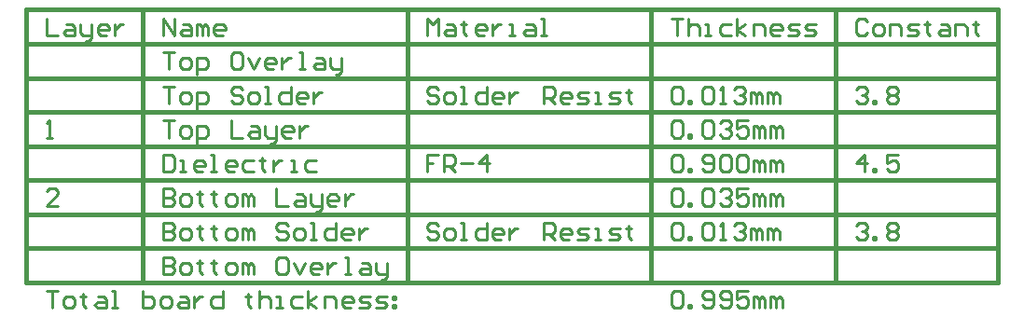
<source format=gbr>
%TF.GenerationSoftware,Altium Limited,Altium Designer,23.10.1 (27)*%
G04 Layer_Color=8388736*
%FSLAX45Y45*%
%MOMM*%
%TF.SameCoordinates,7A70C931-5BDF-4ABD-901A-901AFED5F3BC*%
%TF.FilePolarity,Positive*%
%TF.FileFunction,Other,Fab_Notes*%
%TF.Part,Single*%
G01*
G75*
%TA.AperFunction,NonConductor*%
%ADD35C,0.38100*%
%ADD36C,0.25400*%
D35*
X1534226Y2827519D02*
X10352825D01*
X1534226Y3137164D02*
X10352825D01*
X1534226Y660000D02*
Y3137164D01*
Y660000D02*
X2591150D01*
X1534226Y969646D02*
X2591150D01*
X1534226Y1279291D02*
X2591150D01*
X1534226Y1588937D02*
X2591150D01*
X1534226Y1898582D02*
X2591150D01*
X1534226Y2208228D02*
X2591150D01*
X1534226Y2517873D02*
X2591150D01*
Y660000D02*
Y3137164D01*
Y660000D02*
X4989438D01*
X2591150Y969646D02*
X4989438D01*
X2591150Y1279291D02*
X4989438D01*
X2591150Y1588937D02*
X4989438D01*
X2591150Y1898582D02*
X4989438D01*
X2591150Y2208228D02*
X4989438D01*
X2591150Y2517873D02*
X4989438D01*
Y660000D02*
Y3137164D01*
Y660000D02*
X7207158D01*
X4989438Y969646D02*
X7207158D01*
X4989438Y1279291D02*
X7207158D01*
X4989438Y1588937D02*
X7207158D01*
X4989438Y1898582D02*
X7207158D01*
X4989438Y2208228D02*
X7207158D01*
X4989438Y2517873D02*
X7207158D01*
Y660000D02*
Y3137164D01*
Y660000D02*
X8883173D01*
X7207158Y969646D02*
X8883173D01*
X7207158Y1279291D02*
X8883173D01*
X7207158Y1588937D02*
X8883173D01*
X7207158Y1898582D02*
X8883173D01*
X7207158Y2208228D02*
X8883173D01*
X7207158Y2517873D02*
X8883173D01*
Y660000D02*
Y3137164D01*
Y660000D02*
X10352825D01*
X8883173Y969646D02*
X10352825D01*
X8883173Y1279291D02*
X10352825D01*
X8883173Y1588937D02*
X10352825D01*
X8883173Y1898582D02*
X10352825D01*
X8883173Y2208228D02*
X10352825D01*
X8883173Y2517873D02*
X10352825D01*
Y660000D02*
Y3137164D01*
D36*
X1714449Y3059703D02*
Y2904930D01*
X1817631D01*
X1895017Y3008112D02*
X1946608D01*
X1972403Y2982317D01*
Y2904930D01*
X1895017D01*
X1869222Y2930726D01*
X1895017Y2956521D01*
X1972403D01*
X2023994Y3008112D02*
Y2930726D01*
X2049790Y2904930D01*
X2127176D01*
Y2879135D01*
X2101381Y2853339D01*
X2075585D01*
X2127176Y2904930D02*
Y3008112D01*
X2256154Y2904930D02*
X2204563D01*
X2178767Y2930726D01*
Y2982317D01*
X2204563Y3008112D01*
X2256154D01*
X2281949Y2982317D01*
Y2956521D01*
X2178767D01*
X2333540Y3008112D02*
Y2904930D01*
Y2956521D01*
X2359336Y2982317D01*
X2385131Y3008112D01*
X2410927D01*
X1817631Y1356702D02*
X1714449D01*
X1817631Y1459884D01*
Y1485680D01*
X1791835Y1511475D01*
X1740244D01*
X1714449Y1485680D01*
Y1975994D02*
X1766040D01*
X1740244D01*
Y2130766D01*
X1714449Y2104971D01*
X2771372Y2904930D02*
Y3059703D01*
X2874554Y2904930D01*
Y3059703D01*
X2951941Y3008112D02*
X3003532D01*
X3029327Y2982317D01*
Y2904930D01*
X2951941D01*
X2926145Y2930726D01*
X2951941Y2956521D01*
X3029327D01*
X3080918Y2904930D02*
Y3008112D01*
X3106714D01*
X3132509Y2982317D01*
Y2904930D01*
Y2982317D01*
X3158305Y3008112D01*
X3184100Y2982317D01*
Y2904930D01*
X3313077D02*
X3261486D01*
X3235691Y2930726D01*
Y2982317D01*
X3261486Y3008112D01*
X3313077D01*
X3338873Y2982317D01*
Y2956521D01*
X3235691D01*
X2771372Y892184D02*
Y737411D01*
X2848759D01*
X2874554Y763207D01*
Y789002D01*
X2848759Y814798D01*
X2771372D01*
X2848759D01*
X2874554Y840593D01*
Y866389D01*
X2848759Y892184D01*
X2771372D01*
X2951941Y737411D02*
X3003532D01*
X3029327Y763207D01*
Y814798D01*
X3003532Y840593D01*
X2951941D01*
X2926145Y814798D01*
Y763207D01*
X2951941Y737411D01*
X3106714Y866389D02*
Y840593D01*
X3080918D01*
X3132509D01*
X3106714D01*
Y763207D01*
X3132509Y737411D01*
X3235691Y866389D02*
Y840593D01*
X3209896D01*
X3261486D01*
X3235691D01*
Y763207D01*
X3261486Y737411D01*
X3364668D02*
X3416259D01*
X3442055Y763207D01*
Y814798D01*
X3416259Y840593D01*
X3364668D01*
X3338873Y814798D01*
Y763207D01*
X3364668Y737411D01*
X3493646D02*
Y840593D01*
X3519441D01*
X3545237Y814798D01*
Y737411D01*
Y814798D01*
X3571032Y840593D01*
X3596828Y814798D01*
Y737411D01*
X3880578Y892184D02*
X3828987D01*
X3803192Y866389D01*
Y763207D01*
X3828987Y737411D01*
X3880578D01*
X3906373Y763207D01*
Y866389D01*
X3880578Y892184D01*
X3957964Y840593D02*
X4009555Y737411D01*
X4061146Y840593D01*
X4190124Y737411D02*
X4138533D01*
X4112737Y763207D01*
Y814798D01*
X4138533Y840593D01*
X4190124D01*
X4215919Y814798D01*
Y789002D01*
X4112737D01*
X4267510Y840593D02*
Y737411D01*
Y789002D01*
X4293306Y814798D01*
X4319101Y840593D01*
X4344897D01*
X4422283Y737411D02*
X4473874D01*
X4448078D01*
Y892184D01*
X4422283D01*
X4577056Y840593D02*
X4628647D01*
X4654442Y814798D01*
Y737411D01*
X4577056D01*
X4551260Y763207D01*
X4577056Y789002D01*
X4654442D01*
X4706033Y840593D02*
Y763207D01*
X4731829Y737411D01*
X4809215D01*
Y711616D01*
X4783420Y685820D01*
X4757624D01*
X4809215Y737411D02*
Y840593D01*
X2771372Y1201830D02*
Y1047057D01*
X2848759D01*
X2874554Y1072852D01*
Y1098648D01*
X2848759Y1124443D01*
X2771372D01*
X2848759D01*
X2874554Y1150239D01*
Y1176034D01*
X2848759Y1201830D01*
X2771372D01*
X2951941Y1047057D02*
X3003532D01*
X3029327Y1072852D01*
Y1124443D01*
X3003532Y1150239D01*
X2951941D01*
X2926145Y1124443D01*
Y1072852D01*
X2951941Y1047057D01*
X3106714Y1176034D02*
Y1150239D01*
X3080918D01*
X3132509D01*
X3106714D01*
Y1072852D01*
X3132509Y1047057D01*
X3235691Y1176034D02*
Y1150239D01*
X3209896D01*
X3261486D01*
X3235691D01*
Y1072852D01*
X3261486Y1047057D01*
X3364668D02*
X3416259D01*
X3442055Y1072852D01*
Y1124443D01*
X3416259Y1150239D01*
X3364668D01*
X3338873Y1124443D01*
Y1072852D01*
X3364668Y1047057D01*
X3493646D02*
Y1150239D01*
X3519441D01*
X3545237Y1124443D01*
Y1047057D01*
Y1124443D01*
X3571032Y1150239D01*
X3596828Y1124443D01*
Y1047057D01*
X3906373Y1176034D02*
X3880578Y1201830D01*
X3828987D01*
X3803192Y1176034D01*
Y1150239D01*
X3828987Y1124443D01*
X3880578D01*
X3906373Y1098648D01*
Y1072852D01*
X3880578Y1047057D01*
X3828987D01*
X3803192Y1072852D01*
X3983760Y1047057D02*
X4035351D01*
X4061146Y1072852D01*
Y1124443D01*
X4035351Y1150239D01*
X3983760D01*
X3957964Y1124443D01*
Y1072852D01*
X3983760Y1047057D01*
X4112737D02*
X4164328D01*
X4138533D01*
Y1201830D01*
X4112737D01*
X4344897D02*
Y1047057D01*
X4267510D01*
X4241715Y1072852D01*
Y1124443D01*
X4267510Y1150239D01*
X4344897D01*
X4473874Y1047057D02*
X4422283D01*
X4396488Y1072852D01*
Y1124443D01*
X4422283Y1150239D01*
X4473874D01*
X4499669Y1124443D01*
Y1098648D01*
X4396488D01*
X4551260Y1150239D02*
Y1047057D01*
Y1098648D01*
X4577056Y1124443D01*
X4602851Y1150239D01*
X4628647D01*
X2771372Y1511475D02*
Y1356702D01*
X2848759D01*
X2874554Y1382498D01*
Y1408293D01*
X2848759Y1434089D01*
X2771372D01*
X2848759D01*
X2874554Y1459884D01*
Y1485680D01*
X2848759Y1511475D01*
X2771372D01*
X2951941Y1356702D02*
X3003532D01*
X3029327Y1382498D01*
Y1434089D01*
X3003532Y1459884D01*
X2951941D01*
X2926145Y1434089D01*
Y1382498D01*
X2951941Y1356702D01*
X3106714Y1485680D02*
Y1459884D01*
X3080918D01*
X3132509D01*
X3106714D01*
Y1382498D01*
X3132509Y1356702D01*
X3235691Y1485680D02*
Y1459884D01*
X3209896D01*
X3261486D01*
X3235691D01*
Y1382498D01*
X3261486Y1356702D01*
X3364668D02*
X3416259D01*
X3442055Y1382498D01*
Y1434089D01*
X3416259Y1459884D01*
X3364668D01*
X3338873Y1434089D01*
Y1382498D01*
X3364668Y1356702D01*
X3493646D02*
Y1459884D01*
X3519441D01*
X3545237Y1434089D01*
Y1356702D01*
Y1434089D01*
X3571032Y1459884D01*
X3596828Y1434089D01*
Y1356702D01*
X3803192Y1511475D02*
Y1356702D01*
X3906373D01*
X3983760Y1459884D02*
X4035351D01*
X4061146Y1434089D01*
Y1356702D01*
X3983760D01*
X3957964Y1382498D01*
X3983760Y1408293D01*
X4061146D01*
X4112737Y1459884D02*
Y1382498D01*
X4138533Y1356702D01*
X4215919D01*
Y1330907D01*
X4190124Y1305111D01*
X4164328D01*
X4215919Y1356702D02*
Y1459884D01*
X4344897Y1356702D02*
X4293306D01*
X4267510Y1382498D01*
Y1434089D01*
X4293306Y1459884D01*
X4344897D01*
X4370692Y1434089D01*
Y1408293D01*
X4267510D01*
X4422283Y1459884D02*
Y1356702D01*
Y1408293D01*
X4448078Y1434089D01*
X4473874Y1459884D01*
X4499669D01*
X2771372Y1821121D02*
Y1666348D01*
X2848759D01*
X2874554Y1692143D01*
Y1795325D01*
X2848759Y1821121D01*
X2771372D01*
X2926145Y1666348D02*
X2977736D01*
X2951941D01*
Y1769530D01*
X2926145D01*
X3132509Y1666348D02*
X3080918D01*
X3055123Y1692143D01*
Y1743734D01*
X3080918Y1769530D01*
X3132509D01*
X3158305Y1743734D01*
Y1717939D01*
X3055123D01*
X3209896Y1666348D02*
X3261486D01*
X3235691D01*
Y1821121D01*
X3209896D01*
X3416259Y1666348D02*
X3364668D01*
X3338873Y1692143D01*
Y1743734D01*
X3364668Y1769530D01*
X3416259D01*
X3442055Y1743734D01*
Y1717939D01*
X3338873D01*
X3596828Y1769530D02*
X3519441D01*
X3493646Y1743734D01*
Y1692143D01*
X3519441Y1666348D01*
X3596828D01*
X3674214Y1795325D02*
Y1769530D01*
X3648419D01*
X3700010D01*
X3674214D01*
Y1692143D01*
X3700010Y1666348D01*
X3777396Y1769530D02*
Y1666348D01*
Y1717939D01*
X3803192Y1743734D01*
X3828987Y1769530D01*
X3854782D01*
X3932169Y1666348D02*
X3983760D01*
X3957964D01*
Y1769530D01*
X3932169D01*
X4164328D02*
X4086942D01*
X4061146Y1743734D01*
Y1692143D01*
X4086942Y1666348D01*
X4164328D01*
X2771372Y2130766D02*
X2874554D01*
X2822963D01*
Y1975994D01*
X2951941D02*
X3003532D01*
X3029327Y2001789D01*
Y2053380D01*
X3003532Y2079175D01*
X2951941D01*
X2926145Y2053380D01*
Y2001789D01*
X2951941Y1975994D01*
X3080918Y1924403D02*
Y2079175D01*
X3158305D01*
X3184100Y2053380D01*
Y2001789D01*
X3158305Y1975994D01*
X3080918D01*
X3390464Y2130766D02*
Y1975994D01*
X3493646D01*
X3571032Y2079175D02*
X3622623D01*
X3648419Y2053380D01*
Y1975994D01*
X3571032D01*
X3545237Y2001789D01*
X3571032Y2027584D01*
X3648419D01*
X3700010Y2079175D02*
Y2001789D01*
X3725805Y1975994D01*
X3803192D01*
Y1950198D01*
X3777396Y1924403D01*
X3751601D01*
X3803192Y1975994D02*
Y2079175D01*
X3932169Y1975994D02*
X3880578D01*
X3854782Y2001789D01*
Y2053380D01*
X3880578Y2079175D01*
X3932169D01*
X3957964Y2053380D01*
Y2027584D01*
X3854782D01*
X4009555Y2079175D02*
Y1975994D01*
Y2027584D01*
X4035351Y2053380D01*
X4061146Y2079175D01*
X4086942D01*
X2771372Y2440412D02*
X2874554D01*
X2822963D01*
Y2285639D01*
X2951941D02*
X3003532D01*
X3029327Y2311435D01*
Y2363025D01*
X3003532Y2388821D01*
X2951941D01*
X2926145Y2363025D01*
Y2311435D01*
X2951941Y2285639D01*
X3080918Y2234048D02*
Y2388821D01*
X3158305D01*
X3184100Y2363025D01*
Y2311435D01*
X3158305Y2285639D01*
X3080918D01*
X3493646Y2414616D02*
X3467850Y2440412D01*
X3416259D01*
X3390464Y2414616D01*
Y2388821D01*
X3416259Y2363025D01*
X3467850D01*
X3493646Y2337230D01*
Y2311435D01*
X3467850Y2285639D01*
X3416259D01*
X3390464Y2311435D01*
X3571032Y2285639D02*
X3622623D01*
X3648419Y2311435D01*
Y2363025D01*
X3622623Y2388821D01*
X3571032D01*
X3545237Y2363025D01*
Y2311435D01*
X3571032Y2285639D01*
X3700010D02*
X3751601D01*
X3725805D01*
Y2440412D01*
X3700010D01*
X3932169D02*
Y2285639D01*
X3854782D01*
X3828987Y2311435D01*
Y2363025D01*
X3854782Y2388821D01*
X3932169D01*
X4061146Y2285639D02*
X4009555D01*
X3983760Y2311435D01*
Y2363025D01*
X4009555Y2388821D01*
X4061146D01*
X4086942Y2363025D01*
Y2337230D01*
X3983760D01*
X4138533Y2388821D02*
Y2285639D01*
Y2337230D01*
X4164328Y2363025D01*
X4190124Y2388821D01*
X4215919D01*
X2771372Y2750057D02*
X2874554D01*
X2822963D01*
Y2595285D01*
X2951941D02*
X3003532D01*
X3029327Y2621080D01*
Y2672671D01*
X3003532Y2698467D01*
X2951941D01*
X2926145Y2672671D01*
Y2621080D01*
X2951941Y2595285D01*
X3080918Y2543694D02*
Y2698467D01*
X3158305D01*
X3184100Y2672671D01*
Y2621080D01*
X3158305Y2595285D01*
X3080918D01*
X3467850Y2750057D02*
X3416259D01*
X3390464Y2724262D01*
Y2621080D01*
X3416259Y2595285D01*
X3467850D01*
X3493646Y2621080D01*
Y2724262D01*
X3467850Y2750057D01*
X3545237Y2698467D02*
X3596828Y2595285D01*
X3648419Y2698467D01*
X3777396Y2595285D02*
X3725805D01*
X3700010Y2621080D01*
Y2672671D01*
X3725805Y2698467D01*
X3777396D01*
X3803192Y2672671D01*
Y2646876D01*
X3700010D01*
X3854782Y2698467D02*
Y2595285D01*
Y2646876D01*
X3880578Y2672671D01*
X3906373Y2698467D01*
X3932169D01*
X4009555Y2595285D02*
X4061146D01*
X4035351D01*
Y2750057D01*
X4009555D01*
X4164328Y2698467D02*
X4215919D01*
X4241715Y2672671D01*
Y2595285D01*
X4164328D01*
X4138533Y2621080D01*
X4164328Y2646876D01*
X4241715D01*
X4293306Y2698467D02*
Y2621080D01*
X4319101Y2595285D01*
X4396488D01*
Y2569489D01*
X4370692Y2543694D01*
X4344897D01*
X4396488Y2595285D02*
Y2698467D01*
X5169661Y2904930D02*
Y3059703D01*
X5221252Y3008112D01*
X5272843Y3059703D01*
Y2904930D01*
X5350229Y3008112D02*
X5401820D01*
X5427616Y2982317D01*
Y2904930D01*
X5350229D01*
X5324434Y2930726D01*
X5350229Y2956521D01*
X5427616D01*
X5505002Y3033908D02*
Y3008112D01*
X5479207D01*
X5530798D01*
X5505002D01*
Y2930726D01*
X5530798Y2904930D01*
X5685571D02*
X5633980D01*
X5608184Y2930726D01*
Y2982317D01*
X5633980Y3008112D01*
X5685571D01*
X5711366Y2982317D01*
Y2956521D01*
X5608184D01*
X5762957Y3008112D02*
Y2904930D01*
Y2956521D01*
X5788752Y2982317D01*
X5814548Y3008112D01*
X5840343D01*
X5917730Y2904930D02*
X5969321D01*
X5943525D01*
Y3008112D01*
X5917730D01*
X6072503D02*
X6124094D01*
X6149889Y2982317D01*
Y2904930D01*
X6072503D01*
X6046707Y2930726D01*
X6072503Y2956521D01*
X6149889D01*
X6201480Y2904930D02*
X6253071D01*
X6227276D01*
Y3059703D01*
X6201480D01*
X5272843Y1176034D02*
X5247047Y1201830D01*
X5195456D01*
X5169661Y1176034D01*
Y1150239D01*
X5195456Y1124443D01*
X5247047D01*
X5272843Y1098648D01*
Y1072852D01*
X5247047Y1047057D01*
X5195456D01*
X5169661Y1072852D01*
X5350229Y1047057D02*
X5401820D01*
X5427616Y1072852D01*
Y1124443D01*
X5401820Y1150239D01*
X5350229D01*
X5324434Y1124443D01*
Y1072852D01*
X5350229Y1047057D01*
X5479207D02*
X5530798D01*
X5505002D01*
Y1201830D01*
X5479207D01*
X5711366D02*
Y1047057D01*
X5633980D01*
X5608184Y1072852D01*
Y1124443D01*
X5633980Y1150239D01*
X5711366D01*
X5840343Y1047057D02*
X5788752D01*
X5762957Y1072852D01*
Y1124443D01*
X5788752Y1150239D01*
X5840343D01*
X5866139Y1124443D01*
Y1098648D01*
X5762957D01*
X5917730Y1150239D02*
Y1047057D01*
Y1098648D01*
X5943525Y1124443D01*
X5969321Y1150239D01*
X5995116D01*
X6227276Y1047057D02*
Y1201830D01*
X6304662D01*
X6330457Y1176034D01*
Y1124443D01*
X6304662Y1098648D01*
X6227276D01*
X6278867D02*
X6330457Y1047057D01*
X6459435D02*
X6407844D01*
X6382048Y1072852D01*
Y1124443D01*
X6407844Y1150239D01*
X6459435D01*
X6485230Y1124443D01*
Y1098648D01*
X6382048D01*
X6536821Y1047057D02*
X6614208D01*
X6640003Y1072852D01*
X6614208Y1098648D01*
X6562617D01*
X6536821Y1124443D01*
X6562617Y1150239D01*
X6640003D01*
X6691594Y1047057D02*
X6743185D01*
X6717390D01*
Y1150239D01*
X6691594D01*
X6820572Y1047057D02*
X6897958D01*
X6923753Y1072852D01*
X6897958Y1098648D01*
X6846367D01*
X6820572Y1124443D01*
X6846367Y1150239D01*
X6923753D01*
X7001140Y1176034D02*
Y1150239D01*
X6975344D01*
X7026935D01*
X7001140D01*
Y1072852D01*
X7026935Y1047057D01*
X5272843Y1821121D02*
X5169661D01*
Y1743734D01*
X5221252D01*
X5169661D01*
Y1666348D01*
X5324434D02*
Y1821121D01*
X5401820D01*
X5427616Y1795325D01*
Y1743734D01*
X5401820Y1717939D01*
X5324434D01*
X5376025D02*
X5427616Y1666348D01*
X5479207Y1743734D02*
X5582389D01*
X5711366Y1666348D02*
Y1821121D01*
X5633980Y1743734D01*
X5737162D01*
X5272843Y2414616D02*
X5247047Y2440412D01*
X5195456D01*
X5169661Y2414616D01*
Y2388821D01*
X5195456Y2363025D01*
X5247047D01*
X5272843Y2337230D01*
Y2311435D01*
X5247047Y2285639D01*
X5195456D01*
X5169661Y2311435D01*
X5350229Y2285639D02*
X5401820D01*
X5427616Y2311435D01*
Y2363025D01*
X5401820Y2388821D01*
X5350229D01*
X5324434Y2363025D01*
Y2311435D01*
X5350229Y2285639D01*
X5479207D02*
X5530798D01*
X5505002D01*
Y2440412D01*
X5479207D01*
X5711366D02*
Y2285639D01*
X5633980D01*
X5608184Y2311435D01*
Y2363025D01*
X5633980Y2388821D01*
X5711366D01*
X5840343Y2285639D02*
X5788752D01*
X5762957Y2311435D01*
Y2363025D01*
X5788752Y2388821D01*
X5840343D01*
X5866139Y2363025D01*
Y2337230D01*
X5762957D01*
X5917730Y2388821D02*
Y2285639D01*
Y2337230D01*
X5943525Y2363025D01*
X5969321Y2388821D01*
X5995116D01*
X6227276Y2285639D02*
Y2440412D01*
X6304662D01*
X6330457Y2414616D01*
Y2363025D01*
X6304662Y2337230D01*
X6227276D01*
X6278867D02*
X6330457Y2285639D01*
X6459435D02*
X6407844D01*
X6382048Y2311435D01*
Y2363025D01*
X6407844Y2388821D01*
X6459435D01*
X6485230Y2363025D01*
Y2337230D01*
X6382048D01*
X6536821Y2285639D02*
X6614208D01*
X6640003Y2311435D01*
X6614208Y2337230D01*
X6562617D01*
X6536821Y2363025D01*
X6562617Y2388821D01*
X6640003D01*
X6691594Y2285639D02*
X6743185D01*
X6717390D01*
Y2388821D01*
X6691594D01*
X6820572Y2285639D02*
X6897958D01*
X6923753Y2311435D01*
X6897958Y2337230D01*
X6846367D01*
X6820572Y2363025D01*
X6846367Y2388821D01*
X6923753D01*
X7001140Y2414616D02*
Y2388821D01*
X6975344D01*
X7026935D01*
X7001140D01*
Y2311435D01*
X7026935Y2285639D01*
X7387381Y3059703D02*
X7490563D01*
X7438972D01*
Y2904930D01*
X7542154Y3059703D02*
Y2904930D01*
Y2982317D01*
X7567950Y3008112D01*
X7619541D01*
X7645336Y2982317D01*
Y2904930D01*
X7696927D02*
X7748518D01*
X7722722D01*
Y3008112D01*
X7696927D01*
X7929086D02*
X7851700D01*
X7825904Y2982317D01*
Y2930726D01*
X7851700Y2904930D01*
X7929086D01*
X7980677D02*
Y3059703D01*
Y2956521D02*
X8058064Y3008112D01*
X7980677Y2956521D02*
X8058064Y2904930D01*
X8135450D02*
Y3008112D01*
X8212837D01*
X8238632Y2982317D01*
Y2904930D01*
X8367609D02*
X8316018D01*
X8290223Y2930726D01*
Y2982317D01*
X8316018Y3008112D01*
X8367609D01*
X8393405Y2982317D01*
Y2956521D01*
X8290223D01*
X8444996Y2904930D02*
X8522382D01*
X8548178Y2930726D01*
X8522382Y2956521D01*
X8470791D01*
X8444996Y2982317D01*
X8470791Y3008112D01*
X8548178D01*
X8599769Y2904930D02*
X8677155D01*
X8702951Y2930726D01*
X8677155Y2956521D01*
X8625564D01*
X8599769Y2982317D01*
X8625564Y3008112D01*
X8702951D01*
X7387381Y1176034D02*
X7413177Y1201830D01*
X7464768D01*
X7490563Y1176034D01*
Y1072852D01*
X7464768Y1047057D01*
X7413177D01*
X7387381Y1072852D01*
Y1176034D01*
X7542154Y1047057D02*
Y1072852D01*
X7567950D01*
Y1047057D01*
X7542154D01*
X7671131Y1176034D02*
X7696927Y1201830D01*
X7748518D01*
X7774313Y1176034D01*
Y1072852D01*
X7748518Y1047057D01*
X7696927D01*
X7671131Y1072852D01*
Y1176034D01*
X7825904Y1047057D02*
X7877495D01*
X7851700D01*
Y1201830D01*
X7825904Y1176034D01*
X7954882D02*
X7980677Y1201830D01*
X8032268D01*
X8058064Y1176034D01*
Y1150239D01*
X8032268Y1124443D01*
X8006473D01*
X8032268D01*
X8058064Y1098648D01*
Y1072852D01*
X8032268Y1047057D01*
X7980677D01*
X7954882Y1072852D01*
X8109655Y1047057D02*
Y1150239D01*
X8135450D01*
X8161246Y1124443D01*
Y1047057D01*
Y1124443D01*
X8187041Y1150239D01*
X8212837Y1124443D01*
Y1047057D01*
X8264427D02*
Y1150239D01*
X8290223D01*
X8316018Y1124443D01*
Y1047057D01*
Y1124443D01*
X8341814Y1150239D01*
X8367609Y1124443D01*
Y1047057D01*
X7387381Y1485680D02*
X7413177Y1511475D01*
X7464768D01*
X7490563Y1485680D01*
Y1382498D01*
X7464768Y1356702D01*
X7413177D01*
X7387381Y1382498D01*
Y1485680D01*
X7542154Y1356702D02*
Y1382498D01*
X7567950D01*
Y1356702D01*
X7542154D01*
X7671131Y1485680D02*
X7696927Y1511475D01*
X7748518D01*
X7774313Y1485680D01*
Y1382498D01*
X7748518Y1356702D01*
X7696927D01*
X7671131Y1382498D01*
Y1485680D01*
X7825904D02*
X7851700Y1511475D01*
X7903291D01*
X7929086Y1485680D01*
Y1459884D01*
X7903291Y1434089D01*
X7877495D01*
X7903291D01*
X7929086Y1408293D01*
Y1382498D01*
X7903291Y1356702D01*
X7851700D01*
X7825904Y1382498D01*
X8083859Y1511475D02*
X7980677D01*
Y1434089D01*
X8032268Y1459884D01*
X8058064D01*
X8083859Y1434089D01*
Y1382498D01*
X8058064Y1356702D01*
X8006473D01*
X7980677Y1382498D01*
X8135450Y1356702D02*
Y1459884D01*
X8161246D01*
X8187041Y1434089D01*
Y1356702D01*
Y1434089D01*
X8212837Y1459884D01*
X8238632Y1434089D01*
Y1356702D01*
X8290223D02*
Y1459884D01*
X8316018D01*
X8341814Y1434089D01*
Y1356702D01*
Y1434089D01*
X8367609Y1459884D01*
X8393405Y1434089D01*
Y1356702D01*
X7387381Y1795325D02*
X7413177Y1821121D01*
X7464768D01*
X7490563Y1795325D01*
Y1692143D01*
X7464768Y1666348D01*
X7413177D01*
X7387381Y1692143D01*
Y1795325D01*
X7542154Y1666348D02*
Y1692143D01*
X7567950D01*
Y1666348D01*
X7542154D01*
X7671131Y1692143D02*
X7696927Y1666348D01*
X7748518D01*
X7774313Y1692143D01*
Y1795325D01*
X7748518Y1821121D01*
X7696927D01*
X7671131Y1795325D01*
Y1769530D01*
X7696927Y1743734D01*
X7774313D01*
X7825904Y1795325D02*
X7851700Y1821121D01*
X7903291D01*
X7929086Y1795325D01*
Y1692143D01*
X7903291Y1666348D01*
X7851700D01*
X7825904Y1692143D01*
Y1795325D01*
X7980677D02*
X8006473Y1821121D01*
X8058064D01*
X8083859Y1795325D01*
Y1692143D01*
X8058064Y1666348D01*
X8006473D01*
X7980677Y1692143D01*
Y1795325D01*
X8135450Y1666348D02*
Y1769530D01*
X8161246D01*
X8187041Y1743734D01*
Y1666348D01*
Y1743734D01*
X8212837Y1769530D01*
X8238632Y1743734D01*
Y1666348D01*
X8290223D02*
Y1769530D01*
X8316018D01*
X8341814Y1743734D01*
Y1666348D01*
Y1743734D01*
X8367609Y1769530D01*
X8393405Y1743734D01*
Y1666348D01*
X7387381Y2104971D02*
X7413177Y2130766D01*
X7464768D01*
X7490563Y2104971D01*
Y2001789D01*
X7464768Y1975994D01*
X7413177D01*
X7387381Y2001789D01*
Y2104971D01*
X7542154Y1975994D02*
Y2001789D01*
X7567950D01*
Y1975994D01*
X7542154D01*
X7671131Y2104971D02*
X7696927Y2130766D01*
X7748518D01*
X7774313Y2104971D01*
Y2001789D01*
X7748518Y1975994D01*
X7696927D01*
X7671131Y2001789D01*
Y2104971D01*
X7825904D02*
X7851700Y2130766D01*
X7903291D01*
X7929086Y2104971D01*
Y2079175D01*
X7903291Y2053380D01*
X7877495D01*
X7903291D01*
X7929086Y2027584D01*
Y2001789D01*
X7903291Y1975994D01*
X7851700D01*
X7825904Y2001789D01*
X8083859Y2130766D02*
X7980677D01*
Y2053380D01*
X8032268Y2079175D01*
X8058064D01*
X8083859Y2053380D01*
Y2001789D01*
X8058064Y1975994D01*
X8006473D01*
X7980677Y2001789D01*
X8135450Y1975994D02*
Y2079175D01*
X8161246D01*
X8187041Y2053380D01*
Y1975994D01*
Y2053380D01*
X8212837Y2079175D01*
X8238632Y2053380D01*
Y1975994D01*
X8290223D02*
Y2079175D01*
X8316018D01*
X8341814Y2053380D01*
Y1975994D01*
Y2053380D01*
X8367609Y2079175D01*
X8393405Y2053380D01*
Y1975994D01*
X7387381Y2414616D02*
X7413177Y2440412D01*
X7464768D01*
X7490563Y2414616D01*
Y2311435D01*
X7464768Y2285639D01*
X7413177D01*
X7387381Y2311435D01*
Y2414616D01*
X7542154Y2285639D02*
Y2311435D01*
X7567950D01*
Y2285639D01*
X7542154D01*
X7671131Y2414616D02*
X7696927Y2440412D01*
X7748518D01*
X7774313Y2414616D01*
Y2311435D01*
X7748518Y2285639D01*
X7696927D01*
X7671131Y2311435D01*
Y2414616D01*
X7825904Y2285639D02*
X7877495D01*
X7851700D01*
Y2440412D01*
X7825904Y2414616D01*
X7954882D02*
X7980677Y2440412D01*
X8032268D01*
X8058064Y2414616D01*
Y2388821D01*
X8032268Y2363025D01*
X8006473D01*
X8032268D01*
X8058064Y2337230D01*
Y2311435D01*
X8032268Y2285639D01*
X7980677D01*
X7954882Y2311435D01*
X8109655Y2285639D02*
Y2388821D01*
X8135450D01*
X8161246Y2363025D01*
Y2285639D01*
Y2363025D01*
X8187041Y2388821D01*
X8212837Y2363025D01*
Y2285639D01*
X8264427D02*
Y2388821D01*
X8290223D01*
X8316018Y2363025D01*
Y2285639D01*
Y2363025D01*
X8341814Y2388821D01*
X8367609Y2363025D01*
Y2285639D01*
X9166578Y3033908D02*
X9140783Y3059703D01*
X9089192D01*
X9063396Y3033908D01*
Y2930726D01*
X9089192Y2904930D01*
X9140783D01*
X9166578Y2930726D01*
X9243965Y2904930D02*
X9295556D01*
X9321351Y2930726D01*
Y2982317D01*
X9295556Y3008112D01*
X9243965D01*
X9218169Y2982317D01*
Y2930726D01*
X9243965Y2904930D01*
X9372942D02*
Y3008112D01*
X9450329D01*
X9476124Y2982317D01*
Y2904930D01*
X9527715D02*
X9605101D01*
X9630897Y2930726D01*
X9605101Y2956521D01*
X9553510D01*
X9527715Y2982317D01*
X9553510Y3008112D01*
X9630897D01*
X9708283Y3033908D02*
Y3008112D01*
X9682488D01*
X9734079D01*
X9708283D01*
Y2930726D01*
X9734079Y2904930D01*
X9837261Y3008112D02*
X9888852D01*
X9914647Y2982317D01*
Y2904930D01*
X9837261D01*
X9811465Y2930726D01*
X9837261Y2956521D01*
X9914647D01*
X9966238Y2904930D02*
Y3008112D01*
X10043625D01*
X10069420Y2982317D01*
Y2904930D01*
X10146806Y3033908D02*
Y3008112D01*
X10121011D01*
X10172602D01*
X10146806D01*
Y2930726D01*
X10172602Y2904930D01*
X9063396Y1176034D02*
X9089192Y1201830D01*
X9140783D01*
X9166578Y1176034D01*
Y1150239D01*
X9140783Y1124443D01*
X9114987D01*
X9140783D01*
X9166578Y1098648D01*
Y1072852D01*
X9140783Y1047057D01*
X9089192D01*
X9063396Y1072852D01*
X9218169Y1047057D02*
Y1072852D01*
X9243965D01*
Y1047057D01*
X9218169D01*
X9347147Y1176034D02*
X9372942Y1201830D01*
X9424533D01*
X9450329Y1176034D01*
Y1150239D01*
X9424533Y1124443D01*
X9450329Y1098648D01*
Y1072852D01*
X9424533Y1047057D01*
X9372942D01*
X9347147Y1072852D01*
Y1098648D01*
X9372942Y1124443D01*
X9347147Y1150239D01*
Y1176034D01*
X9372942Y1124443D02*
X9424533D01*
X9140783Y1666348D02*
Y1821121D01*
X9063396Y1743734D01*
X9166578D01*
X9218169Y1666348D02*
Y1692143D01*
X9243965D01*
Y1666348D01*
X9218169D01*
X9450329Y1821121D02*
X9347147D01*
Y1743734D01*
X9398738Y1769530D01*
X9424533D01*
X9450329Y1743734D01*
Y1692143D01*
X9424533Y1666348D01*
X9372942D01*
X9347147Y1692143D01*
X9063396Y2414616D02*
X9089192Y2440412D01*
X9140783D01*
X9166578Y2414616D01*
Y2388821D01*
X9140783Y2363025D01*
X9114987D01*
X9140783D01*
X9166578Y2337230D01*
Y2311435D01*
X9140783Y2285639D01*
X9089192D01*
X9063396Y2311435D01*
X9218169Y2285639D02*
Y2311435D01*
X9243965D01*
Y2285639D01*
X9218169D01*
X9347147Y2414616D02*
X9372942Y2440412D01*
X9424533D01*
X9450329Y2414616D01*
Y2388821D01*
X9424533Y2363025D01*
X9450329Y2337230D01*
Y2311435D01*
X9424533Y2285639D01*
X9372942D01*
X9347147Y2311435D01*
Y2337230D01*
X9372942Y2363025D01*
X9347147Y2388821D01*
Y2414616D01*
X9372942Y2363025D02*
X9424533D01*
X1714449Y582539D02*
X1817631D01*
X1766040D01*
Y427766D01*
X1895017D02*
X1946608D01*
X1972403Y453561D01*
Y505152D01*
X1946608Y530948D01*
X1895017D01*
X1869222Y505152D01*
Y453561D01*
X1895017Y427766D01*
X2049790Y556743D02*
Y530948D01*
X2023994D01*
X2075585D01*
X2049790D01*
Y453561D01*
X2075585Y427766D01*
X2178767Y530948D02*
X2230358D01*
X2256154Y505152D01*
Y427766D01*
X2178767D01*
X2152972Y453561D01*
X2178767Y479357D01*
X2256154D01*
X2307745Y427766D02*
X2359336D01*
X2333540D01*
Y582539D01*
X2307745D01*
X2591495D02*
Y427766D01*
X2668881D01*
X2694677Y453561D01*
Y479357D01*
Y505152D01*
X2668881Y530948D01*
X2591495D01*
X2772063Y427766D02*
X2823654D01*
X2849450Y453561D01*
Y505152D01*
X2823654Y530948D01*
X2772063D01*
X2746268Y505152D01*
Y453561D01*
X2772063Y427766D01*
X2926836Y530948D02*
X2978427D01*
X3004223Y505152D01*
Y427766D01*
X2926836D01*
X2901041Y453561D01*
X2926836Y479357D01*
X3004223D01*
X3055814Y530948D02*
Y427766D01*
Y479357D01*
X3081609Y505152D01*
X3107405Y530948D01*
X3133200D01*
X3313768Y582539D02*
Y427766D01*
X3236382D01*
X3210586Y453561D01*
Y505152D01*
X3236382Y530948D01*
X3313768D01*
X3545928Y556743D02*
Y530948D01*
X3520132D01*
X3571723D01*
X3545928D01*
Y453561D01*
X3571723Y427766D01*
X3649110Y582539D02*
Y427766D01*
Y505152D01*
X3674905Y530948D01*
X3726496D01*
X3752291Y505152D01*
Y427766D01*
X3803882D02*
X3855473D01*
X3829678D01*
Y530948D01*
X3803882D01*
X4036042D02*
X3958655D01*
X3932860Y505152D01*
Y453561D01*
X3958655Y427766D01*
X4036042D01*
X4087633D02*
Y582539D01*
Y479357D02*
X4165019Y530948D01*
X4087633Y479357D02*
X4165019Y427766D01*
X4242406D02*
Y530948D01*
X4319792D01*
X4345587Y505152D01*
Y427766D01*
X4474565D02*
X4422974D01*
X4397178Y453561D01*
Y505152D01*
X4422974Y530948D01*
X4474565D01*
X4500360Y505152D01*
Y479357D01*
X4397178D01*
X4551951Y427766D02*
X4629338D01*
X4655133Y453561D01*
X4629338Y479357D01*
X4577747D01*
X4551951Y505152D01*
X4577747Y530948D01*
X4655133D01*
X4706724Y427766D02*
X4784111D01*
X4809906Y453561D01*
X4784111Y479357D01*
X4732520D01*
X4706724Y505152D01*
X4732520Y530948D01*
X4809906D01*
X4861497D02*
X4887292D01*
Y505152D01*
X4861497D01*
Y530948D01*
Y453561D02*
X4887292D01*
Y427766D01*
X4861497D01*
Y453561D01*
X7387381Y556743D02*
X7413177Y582539D01*
X7464768D01*
X7490563Y556743D01*
Y453561D01*
X7464768Y427766D01*
X7413177D01*
X7387381Y453561D01*
Y556743D01*
X7542154Y427766D02*
Y453561D01*
X7567950D01*
Y427766D01*
X7542154D01*
X7671131Y453561D02*
X7696927Y427766D01*
X7748518D01*
X7774313Y453561D01*
Y556743D01*
X7748518Y582539D01*
X7696927D01*
X7671131Y556743D01*
Y530948D01*
X7696927Y505152D01*
X7774313D01*
X7825904Y453561D02*
X7851700Y427766D01*
X7903291D01*
X7929086Y453561D01*
Y556743D01*
X7903291Y582539D01*
X7851700D01*
X7825904Y556743D01*
Y530948D01*
X7851700Y505152D01*
X7929086D01*
X8083859Y582539D02*
X7980677D01*
Y505152D01*
X8032268Y530948D01*
X8058064D01*
X8083859Y505152D01*
Y453561D01*
X8058064Y427766D01*
X8006473D01*
X7980677Y453561D01*
X8135450Y427766D02*
Y530948D01*
X8161246D01*
X8187041Y505152D01*
Y427766D01*
Y505152D01*
X8212837Y530948D01*
X8238632Y505152D01*
Y427766D01*
X8290223D02*
Y530948D01*
X8316018D01*
X8341814Y505152D01*
Y427766D01*
Y505152D01*
X8367609Y530948D01*
X8393405Y505152D01*
Y427766D01*
%TF.MD5,5b512e74e0159727ceef1f5bca0c3fff*%
M02*

</source>
